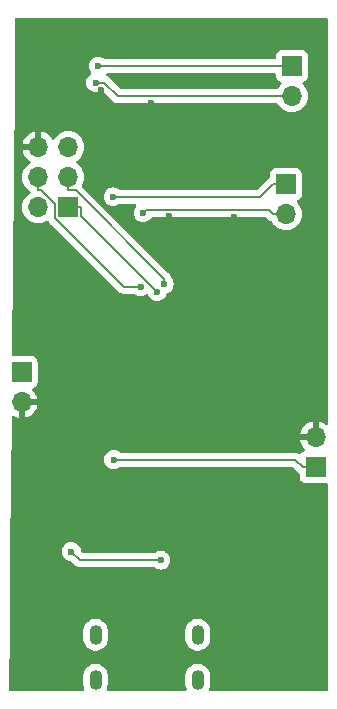
<source format=gbr>
%TF.GenerationSoftware,KiCad,Pcbnew,8.0.7*%
%TF.CreationDate,2025-01-03T21:58:43-07:00*%
%TF.ProjectId,Hat PCB,48617420-5043-4422-9e6b-696361645f70,rev?*%
%TF.SameCoordinates,Original*%
%TF.FileFunction,Copper,L2,Bot*%
%TF.FilePolarity,Positive*%
%FSLAX46Y46*%
G04 Gerber Fmt 4.6, Leading zero omitted, Abs format (unit mm)*
G04 Created by KiCad (PCBNEW 8.0.7) date 2025-01-03 21:58:43*
%MOMM*%
%LPD*%
G01*
G04 APERTURE LIST*
%TA.AperFunction,ComponentPad*%
%ADD10R,1.700000X1.700000*%
%TD*%
%TA.AperFunction,ComponentPad*%
%ADD11O,1.700000X1.700000*%
%TD*%
%TA.AperFunction,ComponentPad*%
%ADD12O,1.100000X1.700000*%
%TD*%
%TA.AperFunction,ViaPad*%
%ADD13C,0.600000*%
%TD*%
%TA.AperFunction,Conductor*%
%ADD14C,0.200000*%
%TD*%
G04 APERTURE END LIST*
D10*
%TO.P,J1,1,Pin_1*%
%TO.N,Net-(J1-Pin_1)*%
X265950000Y-136050000D03*
D11*
%TO.P,J1,2,Pin_2*%
%TO.N,GND*%
X265950000Y-133510000D03*
%TD*%
D10*
%TO.P,J5,1,Pin_1*%
%TO.N,Net-(J5-Pin_1)*%
X241050000Y-128010000D03*
D11*
%TO.P,J5,2,Pin_2*%
%TO.N,GND*%
X241050000Y-130550000D03*
%TD*%
D10*
%TO.P,J4,1,Pin_1*%
%TO.N,Net-(J4-Pin_1)*%
X245000000Y-114040000D03*
D11*
%TO.P,J4,2,Pin_2*%
%TO.N,VCC*%
X242460000Y-114040000D03*
%TO.P,J4,3,Pin_3*%
%TO.N,Net-(J4-Pin_3)*%
X245000000Y-111500000D03*
%TO.P,J4,4,Pin_4*%
%TO.N,Net-(J4-Pin_4)*%
X242460000Y-111500000D03*
%TO.P,J4,5,Pin_5*%
%TO.N,Net-(J4-Pin_5)*%
X245000000Y-108960000D03*
%TO.P,J4,6,Pin_6*%
%TO.N,GND*%
X242460000Y-108960000D03*
%TD*%
D12*
%TO.P,P1,S1,SHIELD*%
%TO.N,unconnected-(P1-SHIELD-PadS1)_2*%
X247310000Y-150250000D03*
%TO.N,unconnected-(P1-SHIELD-PadS1)_3*%
X247310000Y-154050000D03*
%TO.N,unconnected-(P1-SHIELD-PadS1)_1*%
X255950000Y-150250000D03*
%TO.N,unconnected-(P1-SHIELD-PadS1)*%
X255950000Y-154050000D03*
%TD*%
D10*
%TO.P,J2,1,Pin_1*%
%TO.N,Net-(J2-Pin_1)*%
X263937500Y-102100000D03*
D11*
%TO.P,J2,2,Pin_2*%
%TO.N,Net-(J2-Pin_2)*%
X263937500Y-104640000D03*
%TD*%
D10*
%TO.P,J3,1,Pin_1*%
%TO.N,Net-(J3-Pin_1)*%
X263437500Y-112100000D03*
D11*
%TO.P,J3,2,Pin_2*%
%TO.N,Net-(J3-Pin_2)*%
X263437500Y-114640000D03*
%TD*%
D13*
%TO.N,GND*%
X252000000Y-105197000D03*
X257938000Y-106228000D03*
X253437000Y-143109000D03*
X250284000Y-103066000D03*
X249275000Y-114672000D03*
X253806000Y-145662000D03*
X247450000Y-148324000D03*
X259950000Y-132371000D03*
X249450000Y-140343000D03*
X251108000Y-111666000D03*
X248880000Y-149098000D03*
X247775000Y-104153000D03*
X254380000Y-149109000D03*
X259050000Y-120179000D03*
X249318000Y-103382000D03*
X253500000Y-114823000D03*
X244748000Y-121479000D03*
X245500000Y-139285000D03*
X255792000Y-122900000D03*
X250650000Y-128805000D03*
X250049300Y-114417400D03*
X242500000Y-120128000D03*
X244738000Y-122310000D03*
X244719000Y-123823000D03*
X242530000Y-124276000D03*
X259000000Y-114856000D03*
X247286000Y-123700000D03*
X243550000Y-125825000D03*
%TO.N,Net-(J1-Pin_1)*%
X248841000Y-135416000D03*
%TO.N,Net-(J2-Pin_1)*%
X247544600Y-102100000D03*
%TO.N,Net-(J2-Pin_2)*%
X247324400Y-103494800D03*
%TO.N,Net-(J3-Pin_2)*%
X251351000Y-114515000D03*
%TO.N,Net-(J3-Pin_1)*%
X248807800Y-113172900D03*
%TO.N,Net-(J4-Pin_3)*%
X253112000Y-120572000D03*
%TO.N,Net-(J4-Pin_1)*%
X252536000Y-121188000D03*
%TO.N,Net-(J4-Pin_4)*%
X251125000Y-120775000D03*
%TO.N,Net-(U4-PROG)*%
X252837000Y-143917000D03*
X245264000Y-143200000D03*
%TD*%
D14*
%TO.N,Net-(J1-Pin_1)*%
X265950000Y-136050000D02*
X264848300Y-136050000D01*
X264214300Y-135416000D02*
X264848300Y-136050000D01*
X248841000Y-135416000D02*
X264214300Y-135416000D01*
%TO.N,Net-(J2-Pin_1)*%
X263937500Y-102100000D02*
X247544600Y-102100000D01*
%TO.N,Net-(J2-Pin_2)*%
X249187200Y-104640000D02*
X248042000Y-103494800D01*
X248042000Y-103494800D02*
X247324400Y-103494800D01*
X263937500Y-104640000D02*
X249187200Y-104640000D01*
%TO.N,Net-(J3-Pin_2)*%
X251597500Y-114268500D02*
X261964300Y-114268500D01*
X263437500Y-114640000D02*
X262335800Y-114640000D01*
X251351000Y-114515000D02*
X251597500Y-114268500D01*
X261964300Y-114268500D02*
X262335800Y-114640000D01*
%TO.N,Net-(J3-Pin_1)*%
X263437500Y-112100000D02*
X262335800Y-112100000D01*
X261262900Y-113172900D02*
X248807800Y-113172900D01*
X262335800Y-112100000D02*
X261262900Y-113172900D01*
%TO.N,Net-(J4-Pin_3)*%
X253112000Y-120572000D02*
X253112000Y-120095800D01*
X245000000Y-111500000D02*
X245000000Y-112601700D01*
X245617900Y-112601700D02*
X245000000Y-112601700D01*
X253112000Y-120095800D02*
X245617900Y-112601700D01*
%TO.N,Net-(J4-Pin_1)*%
X246101700Y-114753700D02*
X246101700Y-114040000D01*
X252536000Y-121188000D02*
X246101700Y-114753700D01*
X245000000Y-114040000D02*
X246101700Y-114040000D01*
%TO.N,Net-(J4-Pin_4)*%
X243853900Y-114950400D02*
X243853900Y-113767300D01*
X242688300Y-112601700D02*
X242460000Y-112601700D01*
X242460000Y-111500000D02*
X242460000Y-112601700D01*
X249678500Y-120775000D02*
X243853900Y-114950400D01*
X243853900Y-113767300D02*
X242688300Y-112601700D01*
X251125000Y-120775000D02*
X249678500Y-120775000D01*
%TO.N,Net-(U4-PROG)*%
X252837000Y-143917000D02*
X245981000Y-143917000D01*
X245981000Y-143917000D02*
X245264000Y-143200000D01*
%TD*%
%TA.AperFunction,Conductor*%
%TO.N,GND*%
G36*
X262530040Y-102720185D02*
G01*
X262575795Y-102772989D01*
X262587001Y-102824500D01*
X262587001Y-102997876D01*
X262593408Y-103057483D01*
X262643702Y-103192328D01*
X262643706Y-103192335D01*
X262729952Y-103307544D01*
X262729955Y-103307547D01*
X262845164Y-103393793D01*
X262845171Y-103393797D01*
X262976581Y-103442810D01*
X263032515Y-103484681D01*
X263056932Y-103550145D01*
X263042080Y-103618418D01*
X263020930Y-103646673D01*
X262899003Y-103768600D01*
X262763465Y-103962170D01*
X262763462Y-103962175D01*
X262760789Y-103967909D01*
X262714615Y-104020346D01*
X262648409Y-104039500D01*
X249487297Y-104039500D01*
X249420258Y-104019815D01*
X249399616Y-104003181D01*
X248529590Y-103133155D01*
X248529588Y-103133152D01*
X248410717Y-103014281D01*
X248410709Y-103014275D01*
X248308936Y-102955517D01*
X248308933Y-102955516D01*
X248268006Y-102931886D01*
X248219792Y-102881319D01*
X248206570Y-102812711D01*
X248232539Y-102747847D01*
X248289453Y-102707319D01*
X248330008Y-102700500D01*
X262463001Y-102700500D01*
X262530040Y-102720185D01*
G37*
%TD.AperFunction*%
%TA.AperFunction,Conductor*%
G36*
X266943039Y-98019685D02*
G01*
X266988794Y-98072489D01*
X267000000Y-98124000D01*
X267000000Y-132358971D01*
X266980315Y-132426010D01*
X266927511Y-132471765D01*
X266858353Y-132481709D01*
X266804876Y-132460546D01*
X266627578Y-132336399D01*
X266413492Y-132236570D01*
X266413486Y-132236567D01*
X266200000Y-132179364D01*
X266200000Y-133076988D01*
X266142993Y-133044075D01*
X266015826Y-133010000D01*
X265884174Y-133010000D01*
X265757007Y-133044075D01*
X265700000Y-133076988D01*
X265700000Y-132179364D01*
X265699999Y-132179364D01*
X265486513Y-132236567D01*
X265486507Y-132236570D01*
X265272422Y-132336399D01*
X265272420Y-132336400D01*
X265078926Y-132471886D01*
X265078920Y-132471891D01*
X264911891Y-132638920D01*
X264911886Y-132638926D01*
X264776400Y-132832420D01*
X264776399Y-132832422D01*
X264676570Y-133046507D01*
X264676567Y-133046513D01*
X264619364Y-133259999D01*
X264619364Y-133260000D01*
X265516988Y-133260000D01*
X265484075Y-133317007D01*
X265450000Y-133444174D01*
X265450000Y-133575826D01*
X265484075Y-133702993D01*
X265516988Y-133760000D01*
X264619364Y-133760000D01*
X264676567Y-133973486D01*
X264676570Y-133973492D01*
X264776399Y-134187578D01*
X264911894Y-134381082D01*
X265033946Y-134503134D01*
X265067431Y-134564457D01*
X265062447Y-134634149D01*
X265020575Y-134690082D01*
X264989598Y-134706997D01*
X264857671Y-134756202D01*
X264857664Y-134756206D01*
X264742455Y-134842452D01*
X264711670Y-134883576D01*
X264655736Y-134925446D01*
X264586044Y-134930430D01*
X264550405Y-134916652D01*
X264493115Y-134883576D01*
X264481235Y-134876717D01*
X264481234Y-134876716D01*
X264446090Y-134856425D01*
X264446089Y-134856424D01*
X264433563Y-134853067D01*
X264293357Y-134815499D01*
X264135243Y-134815499D01*
X264127647Y-134815499D01*
X264127631Y-134815500D01*
X249423412Y-134815500D01*
X249356373Y-134795815D01*
X249346097Y-134788445D01*
X249343263Y-134786185D01*
X249343262Y-134786184D01*
X249217237Y-134706997D01*
X249190523Y-134690211D01*
X249020254Y-134630631D01*
X249020249Y-134630630D01*
X248841004Y-134610435D01*
X248840996Y-134610435D01*
X248661750Y-134630630D01*
X248661745Y-134630631D01*
X248491476Y-134690211D01*
X248338737Y-134786184D01*
X248211184Y-134913737D01*
X248115211Y-135066476D01*
X248055631Y-135236745D01*
X248055630Y-135236750D01*
X248035435Y-135415996D01*
X248035435Y-135416003D01*
X248055630Y-135595249D01*
X248055631Y-135595254D01*
X248115211Y-135765523D01*
X248211184Y-135918262D01*
X248338738Y-136045816D01*
X248491478Y-136141789D01*
X248661745Y-136201368D01*
X248661750Y-136201369D01*
X248840996Y-136221565D01*
X248841000Y-136221565D01*
X248841004Y-136221565D01*
X249020249Y-136201369D01*
X249020252Y-136201368D01*
X249020255Y-136201368D01*
X249190522Y-136141789D01*
X249343262Y-136045816D01*
X249343267Y-136045810D01*
X249346097Y-136043555D01*
X249348275Y-136042665D01*
X249349158Y-136042111D01*
X249349255Y-136042265D01*
X249410783Y-136017145D01*
X249423412Y-136016500D01*
X263914203Y-136016500D01*
X263981242Y-136036185D01*
X264001884Y-136052819D01*
X264363439Y-136414374D01*
X264363449Y-136414385D01*
X264367779Y-136418715D01*
X264367780Y-136418716D01*
X264479584Y-136530520D01*
X264537501Y-136563958D01*
X264585715Y-136614522D01*
X264599500Y-136671344D01*
X264599500Y-136947869D01*
X264599501Y-136947876D01*
X264605908Y-137007483D01*
X264656202Y-137142328D01*
X264656206Y-137142335D01*
X264742452Y-137257544D01*
X264742455Y-137257547D01*
X264857664Y-137343793D01*
X264857671Y-137343797D01*
X264992517Y-137394091D01*
X264992516Y-137394091D01*
X264999444Y-137394835D01*
X265052127Y-137400500D01*
X266847872Y-137400499D01*
X266862746Y-137398900D01*
X266931505Y-137411306D01*
X266982642Y-137458917D01*
X267000000Y-137522190D01*
X267000000Y-154876000D01*
X266980315Y-154943039D01*
X266927511Y-154988794D01*
X266876000Y-155000000D01*
X257003393Y-155000000D01*
X256936354Y-154980315D01*
X256890599Y-154927511D01*
X256880655Y-154858353D01*
X256888832Y-154828547D01*
X256960130Y-154656420D01*
X257000500Y-154453465D01*
X257000500Y-153646535D01*
X256960130Y-153443580D01*
X256880941Y-153252402D01*
X256765977Y-153080345D01*
X256765975Y-153080342D01*
X256619657Y-152934024D01*
X256533626Y-152876541D01*
X256447598Y-152819059D01*
X256256420Y-152739870D01*
X256256412Y-152739868D01*
X256053469Y-152699500D01*
X256053465Y-152699500D01*
X255846535Y-152699500D01*
X255846530Y-152699500D01*
X255643587Y-152739868D01*
X255643579Y-152739870D01*
X255452403Y-152819058D01*
X255280342Y-152934024D01*
X255134024Y-153080342D01*
X255019058Y-153252403D01*
X254939870Y-153443579D01*
X254939868Y-153443587D01*
X254899500Y-153646530D01*
X254899500Y-154453469D01*
X254939868Y-154656412D01*
X254939870Y-154656420D01*
X255011168Y-154828547D01*
X255018637Y-154898016D01*
X254987362Y-154960496D01*
X254927273Y-154996148D01*
X254896607Y-155000000D01*
X248363393Y-155000000D01*
X248296354Y-154980315D01*
X248250599Y-154927511D01*
X248240655Y-154858353D01*
X248248832Y-154828547D01*
X248320130Y-154656420D01*
X248360500Y-154453465D01*
X248360500Y-153646535D01*
X248320130Y-153443580D01*
X248240941Y-153252402D01*
X248125977Y-153080345D01*
X248125975Y-153080342D01*
X247979657Y-152934024D01*
X247893626Y-152876541D01*
X247807598Y-152819059D01*
X247616420Y-152739870D01*
X247616412Y-152739868D01*
X247413469Y-152699500D01*
X247413465Y-152699500D01*
X247206535Y-152699500D01*
X247206530Y-152699500D01*
X247003587Y-152739868D01*
X247003579Y-152739870D01*
X246812403Y-152819058D01*
X246640342Y-152934024D01*
X246494024Y-153080342D01*
X246379058Y-153252403D01*
X246299870Y-153443579D01*
X246299868Y-153443587D01*
X246259500Y-153646530D01*
X246259500Y-154453469D01*
X246299868Y-154656412D01*
X246299870Y-154656420D01*
X246371168Y-154828547D01*
X246378637Y-154898016D01*
X246347362Y-154960496D01*
X246287273Y-154996148D01*
X246256607Y-155000000D01*
X240125092Y-155000000D01*
X240058053Y-154980315D01*
X240012298Y-154927511D01*
X240001097Y-154874912D01*
X240045205Y-149846530D01*
X246259500Y-149846530D01*
X246259500Y-150653469D01*
X246299868Y-150856412D01*
X246299870Y-150856420D01*
X246379058Y-151047596D01*
X246494024Y-151219657D01*
X246640342Y-151365975D01*
X246640345Y-151365977D01*
X246812402Y-151480941D01*
X247003580Y-151560130D01*
X247206530Y-151600499D01*
X247206534Y-151600500D01*
X247206535Y-151600500D01*
X247413466Y-151600500D01*
X247413467Y-151600499D01*
X247616420Y-151560130D01*
X247807598Y-151480941D01*
X247979655Y-151365977D01*
X248125977Y-151219655D01*
X248240941Y-151047598D01*
X248320130Y-150856420D01*
X248360500Y-150653465D01*
X248360500Y-149846535D01*
X248360499Y-149846530D01*
X254899500Y-149846530D01*
X254899500Y-150653469D01*
X254939868Y-150856412D01*
X254939870Y-150856420D01*
X255019058Y-151047596D01*
X255134024Y-151219657D01*
X255280342Y-151365975D01*
X255280345Y-151365977D01*
X255452402Y-151480941D01*
X255643580Y-151560130D01*
X255846530Y-151600499D01*
X255846534Y-151600500D01*
X255846535Y-151600500D01*
X256053466Y-151600500D01*
X256053467Y-151600499D01*
X256256420Y-151560130D01*
X256447598Y-151480941D01*
X256619655Y-151365977D01*
X256765977Y-151219655D01*
X256880941Y-151047598D01*
X256960130Y-150856420D01*
X257000500Y-150653465D01*
X257000500Y-149846535D01*
X256960130Y-149643580D01*
X256880941Y-149452402D01*
X256765977Y-149280345D01*
X256765975Y-149280342D01*
X256619657Y-149134024D01*
X256533626Y-149076541D01*
X256447598Y-149019059D01*
X256256420Y-148939870D01*
X256256412Y-148939868D01*
X256053469Y-148899500D01*
X256053465Y-148899500D01*
X255846535Y-148899500D01*
X255846530Y-148899500D01*
X255643587Y-148939868D01*
X255643579Y-148939870D01*
X255452403Y-149019058D01*
X255280342Y-149134024D01*
X255134024Y-149280342D01*
X255019058Y-149452403D01*
X254939870Y-149643579D01*
X254939868Y-149643587D01*
X254899500Y-149846530D01*
X248360499Y-149846530D01*
X248320130Y-149643580D01*
X248240941Y-149452402D01*
X248125977Y-149280345D01*
X248125975Y-149280342D01*
X247979657Y-149134024D01*
X247893626Y-149076541D01*
X247807598Y-149019059D01*
X247616420Y-148939870D01*
X247616412Y-148939868D01*
X247413469Y-148899500D01*
X247413465Y-148899500D01*
X247206535Y-148899500D01*
X247206530Y-148899500D01*
X247003587Y-148939868D01*
X247003579Y-148939870D01*
X246812403Y-149019058D01*
X246640342Y-149134024D01*
X246494024Y-149280342D01*
X246379058Y-149452403D01*
X246299870Y-149643579D01*
X246299868Y-149643587D01*
X246259500Y-149846530D01*
X240045205Y-149846530D01*
X240103508Y-143199996D01*
X244458435Y-143199996D01*
X244458435Y-143200003D01*
X244478630Y-143379249D01*
X244478631Y-143379254D01*
X244538211Y-143549523D01*
X244634184Y-143702262D01*
X244761738Y-143829816D01*
X244914478Y-143925789D01*
X245084745Y-143985368D01*
X245171669Y-143995161D01*
X245236080Y-144022226D01*
X245245465Y-144030700D01*
X245496139Y-144281374D01*
X245496149Y-144281385D01*
X245500479Y-144285715D01*
X245500480Y-144285716D01*
X245612284Y-144397520D01*
X245699095Y-144447639D01*
X245699097Y-144447641D01*
X245737151Y-144469611D01*
X245749215Y-144476577D01*
X245901943Y-144517500D01*
X246060057Y-144517500D01*
X252254588Y-144517500D01*
X252321627Y-144537185D01*
X252331903Y-144544555D01*
X252334736Y-144546814D01*
X252334738Y-144546816D01*
X252487478Y-144642789D01*
X252657745Y-144702368D01*
X252657750Y-144702369D01*
X252836996Y-144722565D01*
X252837000Y-144722565D01*
X252837004Y-144722565D01*
X253016249Y-144702369D01*
X253016252Y-144702368D01*
X253016255Y-144702368D01*
X253186522Y-144642789D01*
X253339262Y-144546816D01*
X253466816Y-144419262D01*
X253562789Y-144266522D01*
X253622368Y-144096255D01*
X253622369Y-144096249D01*
X253642565Y-143917003D01*
X253642565Y-143916996D01*
X253622369Y-143737750D01*
X253622368Y-143737745D01*
X253562788Y-143567476D01*
X253466815Y-143414737D01*
X253339262Y-143287184D01*
X253186523Y-143191211D01*
X253016254Y-143131631D01*
X253016249Y-143131630D01*
X252837004Y-143111435D01*
X252836996Y-143111435D01*
X252657750Y-143131630D01*
X252657745Y-143131631D01*
X252487476Y-143191211D01*
X252334736Y-143287185D01*
X252331903Y-143289445D01*
X252329724Y-143290334D01*
X252328842Y-143290889D01*
X252328744Y-143290734D01*
X252267217Y-143315855D01*
X252254588Y-143316500D01*
X246281097Y-143316500D01*
X246214058Y-143296815D01*
X246193416Y-143280181D01*
X246094700Y-143181465D01*
X246061215Y-143120142D01*
X246059163Y-143107686D01*
X246049368Y-143020745D01*
X245989789Y-142850478D01*
X245893816Y-142697738D01*
X245766262Y-142570184D01*
X245613523Y-142474211D01*
X245443254Y-142414631D01*
X245443249Y-142414630D01*
X245264004Y-142394435D01*
X245263996Y-142394435D01*
X245084750Y-142414630D01*
X245084745Y-142414631D01*
X244914476Y-142474211D01*
X244761737Y-142570184D01*
X244634184Y-142697737D01*
X244538211Y-142850476D01*
X244478631Y-143020745D01*
X244478630Y-143020750D01*
X244458435Y-143199996D01*
X240103508Y-143199996D01*
X240203173Y-131838227D01*
X240223445Y-131771365D01*
X240276648Y-131726075D01*
X240345891Y-131716739D01*
X240379573Y-131726935D01*
X240586507Y-131823429D01*
X240586516Y-131823433D01*
X240800000Y-131880634D01*
X240800000Y-130983012D01*
X240857007Y-131015925D01*
X240984174Y-131050000D01*
X241115826Y-131050000D01*
X241242993Y-131015925D01*
X241300000Y-130983012D01*
X241300000Y-131880633D01*
X241513483Y-131823433D01*
X241513492Y-131823429D01*
X241727578Y-131723600D01*
X241921082Y-131588105D01*
X242088105Y-131421082D01*
X242223600Y-131227578D01*
X242323429Y-131013492D01*
X242323432Y-131013486D01*
X242380636Y-130800000D01*
X241483012Y-130800000D01*
X241515925Y-130742993D01*
X241550000Y-130615826D01*
X241550000Y-130484174D01*
X241515925Y-130357007D01*
X241483012Y-130300000D01*
X242380636Y-130300000D01*
X242380635Y-130299999D01*
X242323432Y-130086513D01*
X242323429Y-130086507D01*
X242223600Y-129872422D01*
X242223599Y-129872420D01*
X242088113Y-129678926D01*
X242088108Y-129678920D01*
X241966053Y-129556865D01*
X241932568Y-129495542D01*
X241937552Y-129425850D01*
X241979424Y-129369917D01*
X242010400Y-129353002D01*
X242142331Y-129303796D01*
X242257546Y-129217546D01*
X242343796Y-129102331D01*
X242394091Y-128967483D01*
X242400500Y-128907873D01*
X242400499Y-127112128D01*
X242394091Y-127052517D01*
X242343796Y-126917669D01*
X242343795Y-126917668D01*
X242343793Y-126917664D01*
X242257547Y-126802455D01*
X242257544Y-126802452D01*
X242142335Y-126716206D01*
X242142328Y-126716202D01*
X242007482Y-126665908D01*
X242007483Y-126665908D01*
X241947883Y-126659501D01*
X241947881Y-126659500D01*
X241947873Y-126659500D01*
X241947865Y-126659500D01*
X240373692Y-126659500D01*
X240306653Y-126639815D01*
X240260898Y-126587011D01*
X240249698Y-126534417D01*
X240381579Y-111499999D01*
X241104341Y-111499999D01*
X241104341Y-111500000D01*
X241124936Y-111735403D01*
X241124938Y-111735413D01*
X241186094Y-111963655D01*
X241186096Y-111963659D01*
X241186097Y-111963663D01*
X241190000Y-111972032D01*
X241285965Y-112177830D01*
X241285967Y-112177834D01*
X241348187Y-112266692D01*
X241421504Y-112371400D01*
X241421506Y-112371402D01*
X241588597Y-112538493D01*
X241588603Y-112538498D01*
X241774158Y-112668425D01*
X241817783Y-112723002D01*
X241824977Y-112792500D01*
X241793454Y-112854855D01*
X241774158Y-112871575D01*
X241588597Y-113001505D01*
X241421505Y-113168597D01*
X241285965Y-113362169D01*
X241285964Y-113362171D01*
X241186098Y-113576335D01*
X241186094Y-113576344D01*
X241124938Y-113804586D01*
X241124936Y-113804596D01*
X241104341Y-114039999D01*
X241104341Y-114040000D01*
X241124936Y-114275403D01*
X241124938Y-114275413D01*
X241186094Y-114503655D01*
X241186096Y-114503659D01*
X241186097Y-114503663D01*
X241191382Y-114514996D01*
X241285965Y-114717830D01*
X241285967Y-114717834D01*
X241388680Y-114864522D01*
X241421505Y-114911401D01*
X241588599Y-115078495D01*
X241648623Y-115120524D01*
X241782165Y-115214032D01*
X241782167Y-115214033D01*
X241782170Y-115214035D01*
X241996337Y-115313903D01*
X242224592Y-115375063D01*
X242404634Y-115390815D01*
X242459999Y-115395659D01*
X242460000Y-115395659D01*
X242460001Y-115395659D01*
X242515366Y-115390815D01*
X242695408Y-115375063D01*
X242923663Y-115313903D01*
X243137830Y-115214035D01*
X243151514Y-115204452D01*
X243217720Y-115182124D01*
X243285488Y-115199133D01*
X243330027Y-115244026D01*
X243372638Y-115317830D01*
X243373379Y-115319114D01*
X243373381Y-115319117D01*
X243492249Y-115437985D01*
X243492255Y-115437990D01*
X249193639Y-121139374D01*
X249193649Y-121139385D01*
X249197979Y-121143715D01*
X249197980Y-121143716D01*
X249309784Y-121255520D01*
X249382997Y-121297789D01*
X249382998Y-121297790D01*
X249446709Y-121334574D01*
X249446710Y-121334574D01*
X249446715Y-121334577D01*
X249599442Y-121375500D01*
X249599443Y-121375500D01*
X250542588Y-121375500D01*
X250609627Y-121395185D01*
X250619903Y-121402555D01*
X250622736Y-121404814D01*
X250622738Y-121404816D01*
X250775478Y-121500789D01*
X250880452Y-121537521D01*
X250945745Y-121560368D01*
X250945750Y-121560369D01*
X251124996Y-121580565D01*
X251125000Y-121580565D01*
X251125004Y-121580565D01*
X251304249Y-121560369D01*
X251304252Y-121560368D01*
X251304255Y-121560368D01*
X251474522Y-121500789D01*
X251607512Y-121417225D01*
X251674748Y-121398225D01*
X251741583Y-121418592D01*
X251786798Y-121471860D01*
X251790526Y-121481265D01*
X251810210Y-121537521D01*
X251906184Y-121690262D01*
X252033738Y-121817816D01*
X252186478Y-121913789D01*
X252356745Y-121973368D01*
X252356750Y-121973369D01*
X252535996Y-121993565D01*
X252536000Y-121993565D01*
X252536004Y-121993565D01*
X252715249Y-121973369D01*
X252715252Y-121973368D01*
X252715255Y-121973368D01*
X252885522Y-121913789D01*
X253038262Y-121817816D01*
X253165816Y-121690262D01*
X253261789Y-121537522D01*
X253309789Y-121400344D01*
X253350511Y-121343569D01*
X253385875Y-121324258D01*
X253461522Y-121297789D01*
X253614262Y-121201816D01*
X253741816Y-121074262D01*
X253837789Y-120921522D01*
X253897368Y-120751255D01*
X253917565Y-120572000D01*
X253897368Y-120392745D01*
X253837789Y-120222478D01*
X253741816Y-120069738D01*
X253741815Y-120069737D01*
X253737475Y-120064295D01*
X253739119Y-120062983D01*
X253712568Y-120016997D01*
X253712501Y-120016746D01*
X253712501Y-120016743D01*
X253671577Y-119864015D01*
X253642639Y-119813895D01*
X253592520Y-119727084D01*
X253480716Y-119615280D01*
X253480715Y-119615279D01*
X253476385Y-119610949D01*
X253476374Y-119610939D01*
X247038331Y-113172896D01*
X248002235Y-113172896D01*
X248002235Y-113172903D01*
X248022430Y-113352149D01*
X248022431Y-113352154D01*
X248082011Y-113522423D01*
X248173483Y-113667999D01*
X248177984Y-113675162D01*
X248305538Y-113802716D01*
X248458278Y-113898689D01*
X248628545Y-113958268D01*
X248628550Y-113958269D01*
X248807796Y-113978465D01*
X248807800Y-113978465D01*
X248807804Y-113978465D01*
X248987049Y-113958269D01*
X248987052Y-113958268D01*
X248987055Y-113958268D01*
X249157322Y-113898689D01*
X249310062Y-113802716D01*
X249310067Y-113802710D01*
X249312897Y-113800455D01*
X249315075Y-113799565D01*
X249315958Y-113799011D01*
X249316055Y-113799165D01*
X249377583Y-113774045D01*
X249390212Y-113773400D01*
X250661160Y-113773400D01*
X250728199Y-113793085D01*
X250773954Y-113845889D01*
X250783898Y-113915047D01*
X250754873Y-113978603D01*
X250748841Y-113985081D01*
X250721184Y-114012737D01*
X250625211Y-114165476D01*
X250565631Y-114335745D01*
X250565630Y-114335750D01*
X250545435Y-114514996D01*
X250545435Y-114515003D01*
X250565630Y-114694249D01*
X250565631Y-114694254D01*
X250625211Y-114864523D01*
X250664486Y-114927028D01*
X250721184Y-115017262D01*
X250848738Y-115144816D01*
X250935183Y-115199133D01*
X250983565Y-115229534D01*
X251001478Y-115240789D01*
X251124734Y-115283918D01*
X251171745Y-115300368D01*
X251171750Y-115300369D01*
X251350996Y-115320565D01*
X251351000Y-115320565D01*
X251351004Y-115320565D01*
X251530249Y-115300369D01*
X251530252Y-115300368D01*
X251530255Y-115300368D01*
X251700522Y-115240789D01*
X251853262Y-115144816D01*
X251980816Y-115017262D01*
X252037514Y-114927028D01*
X252089849Y-114880737D01*
X252142508Y-114869000D01*
X261664203Y-114869000D01*
X261731242Y-114888685D01*
X261751884Y-114905319D01*
X261850939Y-115004374D01*
X261850949Y-115004385D01*
X261855279Y-115008715D01*
X261855280Y-115008716D01*
X261967084Y-115120520D01*
X261967086Y-115120521D01*
X261967090Y-115120524D01*
X262009166Y-115144816D01*
X262104016Y-115199577D01*
X262167364Y-115216550D01*
X262227023Y-115252915D01*
X262247651Y-115283918D01*
X262263464Y-115317828D01*
X262263467Y-115317834D01*
X262347602Y-115437990D01*
X262399005Y-115511401D01*
X262566099Y-115678495D01*
X262662884Y-115746265D01*
X262759665Y-115814032D01*
X262759667Y-115814033D01*
X262759670Y-115814035D01*
X262973837Y-115913903D01*
X263202092Y-115975063D01*
X263390418Y-115991539D01*
X263437499Y-115995659D01*
X263437500Y-115995659D01*
X263437501Y-115995659D01*
X263476734Y-115992226D01*
X263672908Y-115975063D01*
X263901163Y-115913903D01*
X264115330Y-115814035D01*
X264308901Y-115678495D01*
X264475995Y-115511401D01*
X264611535Y-115317830D01*
X264711403Y-115103663D01*
X264772563Y-114875408D01*
X264793159Y-114640000D01*
X264772563Y-114404592D01*
X264711403Y-114176337D01*
X264611535Y-113962171D01*
X264557628Y-113885184D01*
X264475996Y-113768600D01*
X264416318Y-113708922D01*
X264354067Y-113646671D01*
X264320584Y-113585351D01*
X264325568Y-113515659D01*
X264367439Y-113459725D01*
X264398415Y-113442810D01*
X264529831Y-113393796D01*
X264645046Y-113307546D01*
X264731296Y-113192331D01*
X264781591Y-113057483D01*
X264788000Y-112997873D01*
X264787999Y-111202128D01*
X264781591Y-111142517D01*
X264741988Y-111036337D01*
X264731297Y-111007671D01*
X264731293Y-111007664D01*
X264645047Y-110892455D01*
X264645044Y-110892452D01*
X264529835Y-110806206D01*
X264529828Y-110806202D01*
X264394982Y-110755908D01*
X264394983Y-110755908D01*
X264335383Y-110749501D01*
X264335381Y-110749500D01*
X264335373Y-110749500D01*
X264335364Y-110749500D01*
X262539629Y-110749500D01*
X262539623Y-110749501D01*
X262480016Y-110755908D01*
X262345171Y-110806202D01*
X262345164Y-110806206D01*
X262229955Y-110892452D01*
X262229952Y-110892455D01*
X262143706Y-111007664D01*
X262143702Y-111007671D01*
X262093408Y-111142517D01*
X262087001Y-111202116D01*
X262087001Y-111202123D01*
X262087000Y-111202135D01*
X262087000Y-111478654D01*
X262067315Y-111545693D01*
X262025002Y-111586040D01*
X261967087Y-111619478D01*
X261967081Y-111619482D01*
X261050484Y-112536081D01*
X260989161Y-112569566D01*
X260962803Y-112572400D01*
X249390212Y-112572400D01*
X249323173Y-112552715D01*
X249312897Y-112545345D01*
X249310063Y-112543085D01*
X249310062Y-112543084D01*
X249253296Y-112507415D01*
X249157323Y-112447111D01*
X248987054Y-112387531D01*
X248987049Y-112387530D01*
X248807804Y-112367335D01*
X248807796Y-112367335D01*
X248628550Y-112387530D01*
X248628545Y-112387531D01*
X248458276Y-112447111D01*
X248305537Y-112543084D01*
X248177984Y-112670637D01*
X248082011Y-112823376D01*
X248022431Y-112993645D01*
X248022430Y-112993650D01*
X248002235Y-113172896D01*
X247038331Y-113172896D01*
X246193450Y-112328015D01*
X246159965Y-112266692D01*
X246164949Y-112197000D01*
X246173747Y-112178328D01*
X246174026Y-112177841D01*
X246174035Y-112177830D01*
X246273903Y-111963663D01*
X246335063Y-111735408D01*
X246355659Y-111500000D01*
X246335063Y-111264592D01*
X246273903Y-111036337D01*
X246174035Y-110822171D01*
X246168425Y-110814158D01*
X246038494Y-110628597D01*
X245871402Y-110461506D01*
X245871396Y-110461501D01*
X245685842Y-110331575D01*
X245642217Y-110276998D01*
X245635023Y-110207500D01*
X245666546Y-110145145D01*
X245685842Y-110128425D01*
X245708026Y-110112891D01*
X245871401Y-109998495D01*
X246038495Y-109831401D01*
X246174035Y-109637830D01*
X246273903Y-109423663D01*
X246335063Y-109195408D01*
X246355659Y-108960000D01*
X246335063Y-108724592D01*
X246273903Y-108496337D01*
X246174035Y-108282171D01*
X246168731Y-108274595D01*
X246038494Y-108088597D01*
X245871402Y-107921506D01*
X245871395Y-107921501D01*
X245677834Y-107785967D01*
X245677830Y-107785965D01*
X245677828Y-107785964D01*
X245463663Y-107686097D01*
X245463659Y-107686096D01*
X245463655Y-107686094D01*
X245235413Y-107624938D01*
X245235403Y-107624936D01*
X245000001Y-107604341D01*
X244999999Y-107604341D01*
X244764596Y-107624936D01*
X244764586Y-107624938D01*
X244536344Y-107686094D01*
X244536335Y-107686098D01*
X244322171Y-107785964D01*
X244322169Y-107785965D01*
X244128597Y-107921505D01*
X243961508Y-108088594D01*
X243831269Y-108274595D01*
X243776692Y-108318219D01*
X243707193Y-108325412D01*
X243644839Y-108293890D01*
X243628119Y-108274594D01*
X243498113Y-108088926D01*
X243498108Y-108088920D01*
X243331082Y-107921894D01*
X243137578Y-107786399D01*
X242923492Y-107686570D01*
X242923486Y-107686567D01*
X242710000Y-107629364D01*
X242710000Y-108526988D01*
X242652993Y-108494075D01*
X242525826Y-108460000D01*
X242394174Y-108460000D01*
X242267007Y-108494075D01*
X242210000Y-108526988D01*
X242210000Y-107629364D01*
X242209999Y-107629364D01*
X241996513Y-107686567D01*
X241996507Y-107686570D01*
X241782422Y-107786399D01*
X241782420Y-107786400D01*
X241588926Y-107921886D01*
X241588920Y-107921891D01*
X241421891Y-108088920D01*
X241421886Y-108088926D01*
X241286400Y-108282420D01*
X241286399Y-108282422D01*
X241186570Y-108496507D01*
X241186567Y-108496513D01*
X241129364Y-108709999D01*
X241129364Y-108710000D01*
X242026988Y-108710000D01*
X241994075Y-108767007D01*
X241960000Y-108894174D01*
X241960000Y-109025826D01*
X241994075Y-109152993D01*
X242026988Y-109210000D01*
X241129364Y-109210000D01*
X241186567Y-109423486D01*
X241186570Y-109423492D01*
X241286399Y-109637578D01*
X241421894Y-109831082D01*
X241588917Y-109998105D01*
X241774595Y-110128119D01*
X241818219Y-110182696D01*
X241825412Y-110252195D01*
X241793890Y-110314549D01*
X241774595Y-110331269D01*
X241588594Y-110461508D01*
X241421505Y-110628597D01*
X241285965Y-110822169D01*
X241285964Y-110822171D01*
X241186098Y-111036335D01*
X241186094Y-111036344D01*
X241124938Y-111264586D01*
X241124936Y-111264596D01*
X241104341Y-111499999D01*
X240381579Y-111499999D01*
X240451800Y-103494796D01*
X246518835Y-103494796D01*
X246518835Y-103494803D01*
X246539030Y-103674049D01*
X246539031Y-103674054D01*
X246598611Y-103844323D01*
X246672663Y-103962175D01*
X246694584Y-103997062D01*
X246822138Y-104124616D01*
X246974878Y-104220589D01*
X247145145Y-104280168D01*
X247145150Y-104280169D01*
X247324396Y-104300365D01*
X247324400Y-104300365D01*
X247324404Y-104300365D01*
X247503649Y-104280169D01*
X247503652Y-104280168D01*
X247503655Y-104280168D01*
X247673922Y-104220589D01*
X247740428Y-104178799D01*
X247807660Y-104159800D01*
X247874495Y-104180167D01*
X247894078Y-104196113D01*
X248702339Y-105004374D01*
X248702349Y-105004385D01*
X248706679Y-105008715D01*
X248706680Y-105008716D01*
X248818484Y-105120520D01*
X248818486Y-105120521D01*
X248818490Y-105120524D01*
X248955409Y-105199573D01*
X248955416Y-105199577D01*
X249067219Y-105229534D01*
X249108142Y-105240500D01*
X249108143Y-105240500D01*
X262648409Y-105240500D01*
X262715448Y-105260185D01*
X262760792Y-105312097D01*
X262763465Y-105317830D01*
X262899005Y-105511401D01*
X263066099Y-105678495D01*
X263162884Y-105746265D01*
X263259665Y-105814032D01*
X263259667Y-105814033D01*
X263259670Y-105814035D01*
X263473837Y-105913903D01*
X263702092Y-105975063D01*
X263890418Y-105991539D01*
X263937499Y-105995659D01*
X263937500Y-105995659D01*
X263937501Y-105995659D01*
X263976734Y-105992226D01*
X264172908Y-105975063D01*
X264401163Y-105913903D01*
X264615330Y-105814035D01*
X264808901Y-105678495D01*
X264975995Y-105511401D01*
X265111535Y-105317830D01*
X265211403Y-105103663D01*
X265272563Y-104875408D01*
X265293159Y-104640000D01*
X265272563Y-104404592D01*
X265211403Y-104176337D01*
X265111535Y-103962171D01*
X265111534Y-103962169D01*
X264975996Y-103768600D01*
X264975995Y-103768599D01*
X264854067Y-103646671D01*
X264820584Y-103585351D01*
X264825568Y-103515659D01*
X264867439Y-103459725D01*
X264898415Y-103442810D01*
X265029831Y-103393796D01*
X265145046Y-103307546D01*
X265231296Y-103192331D01*
X265281591Y-103057483D01*
X265288000Y-102997873D01*
X265287999Y-101202128D01*
X265281591Y-101142517D01*
X265231296Y-101007669D01*
X265231295Y-101007668D01*
X265231293Y-101007664D01*
X265145047Y-100892455D01*
X265145044Y-100892452D01*
X265029835Y-100806206D01*
X265029828Y-100806202D01*
X264894982Y-100755908D01*
X264894983Y-100755908D01*
X264835383Y-100749501D01*
X264835381Y-100749500D01*
X264835373Y-100749500D01*
X264835364Y-100749500D01*
X263039629Y-100749500D01*
X263039623Y-100749501D01*
X262980016Y-100755908D01*
X262845171Y-100806202D01*
X262845164Y-100806206D01*
X262729955Y-100892452D01*
X262729952Y-100892455D01*
X262643706Y-101007664D01*
X262643702Y-101007671D01*
X262593408Y-101142517D01*
X262587001Y-101202116D01*
X262587001Y-101202123D01*
X262587000Y-101202135D01*
X262587000Y-101375500D01*
X262567315Y-101442539D01*
X262514511Y-101488294D01*
X262463000Y-101499500D01*
X248127012Y-101499500D01*
X248059973Y-101479815D01*
X248049697Y-101472445D01*
X248046863Y-101470185D01*
X248046862Y-101470184D01*
X247990096Y-101434515D01*
X247894123Y-101374211D01*
X247723854Y-101314631D01*
X247723849Y-101314630D01*
X247544604Y-101294435D01*
X247544596Y-101294435D01*
X247365350Y-101314630D01*
X247365345Y-101314631D01*
X247195076Y-101374211D01*
X247042337Y-101470184D01*
X246914784Y-101597737D01*
X246818811Y-101750476D01*
X246759231Y-101920745D01*
X246759230Y-101920750D01*
X246739035Y-102099996D01*
X246739035Y-102100003D01*
X246759230Y-102279249D01*
X246759231Y-102279254D01*
X246818811Y-102449523D01*
X246914784Y-102602262D01*
X246930428Y-102617906D01*
X246963913Y-102679229D01*
X246958929Y-102748921D01*
X246917057Y-102804854D01*
X246908720Y-102810580D01*
X246822139Y-102864982D01*
X246694584Y-102992537D01*
X246598611Y-103145276D01*
X246539031Y-103315545D01*
X246539030Y-103315550D01*
X246518835Y-103494796D01*
X240451800Y-103494796D01*
X240498922Y-98122912D01*
X240519194Y-98056048D01*
X240572397Y-98010758D01*
X240622917Y-98000000D01*
X266876000Y-98000000D01*
X266943039Y-98019685D01*
G37*
%TD.AperFunction*%
%TD*%
M02*

</source>
